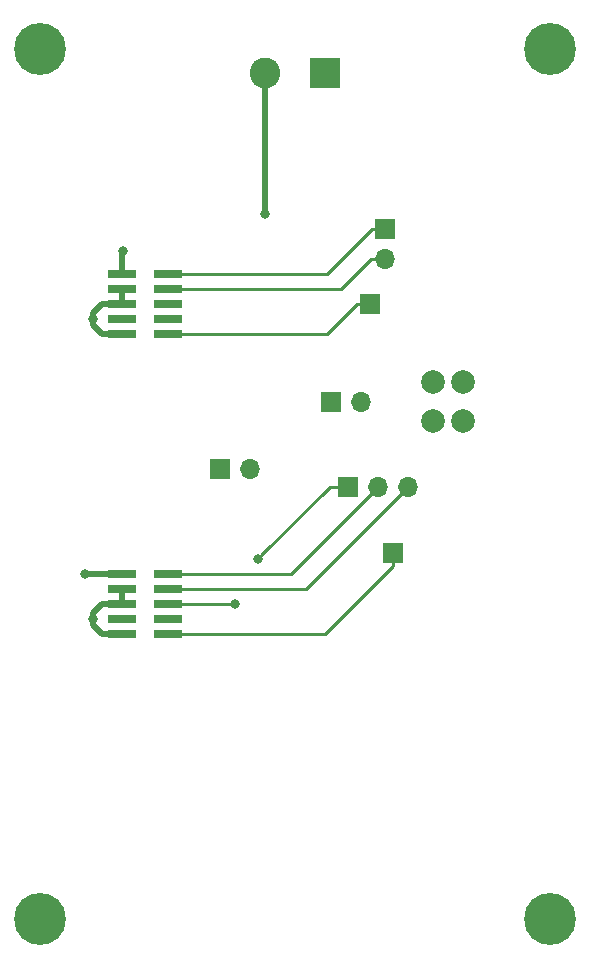
<source format=gtl>
G04 #@! TF.GenerationSoftware,KiCad,Pcbnew,(5.1.5)-3*
G04 #@! TF.CreationDate,2021-06-29T21:35:50-07:00*
G04 #@! TF.ProjectId,piggy,70696767-792e-46b6-9963-61645f706362,rev?*
G04 #@! TF.SameCoordinates,Original*
G04 #@! TF.FileFunction,Copper,L1,Top*
G04 #@! TF.FilePolarity,Positive*
%FSLAX46Y46*%
G04 Gerber Fmt 4.6, Leading zero omitted, Abs format (unit mm)*
G04 Created by KiCad (PCBNEW (5.1.5)-3) date 2021-06-29 21:35:50*
%MOMM*%
%LPD*%
G04 APERTURE LIST*
%ADD10C,4.400000*%
%ADD11C,2.000000*%
%ADD12O,1.700000X1.700000*%
%ADD13R,1.700000X1.700000*%
%ADD14C,2.600000*%
%ADD15R,2.600000X2.600000*%
%ADD16R,2.400000X0.740000*%
%ADD17C,0.800000*%
%ADD18C,0.508000*%
%ADD19C,0.254000*%
G04 APERTURE END LIST*
D10*
X113030000Y-140970000D03*
X69850000Y-140970000D03*
X113030000Y-67310000D03*
X69850000Y-67310000D03*
D11*
X105664000Y-98806000D03*
X103124000Y-98806000D03*
X105664000Y-95504000D03*
X103124000Y-95504000D03*
D12*
X99060000Y-85090000D03*
D13*
X99060000Y-82550000D03*
D12*
X100965000Y-104394000D03*
X98425000Y-104394000D03*
D13*
X95885000Y-104394000D03*
D12*
X97028000Y-97218500D03*
D13*
X94488000Y-97218500D03*
D12*
X87630000Y-102870000D03*
D13*
X85090000Y-102870000D03*
D14*
X88900000Y-69342000D03*
D15*
X93980000Y-69342000D03*
D16*
X80690000Y-91440000D03*
X76790000Y-91440000D03*
X80690000Y-90170000D03*
X76790000Y-90170000D03*
X80690000Y-88900000D03*
X76790000Y-88900000D03*
X80690000Y-87630000D03*
X76790000Y-87630000D03*
X80690000Y-86360000D03*
X76790000Y-86360000D03*
X80690000Y-116840000D03*
X76790000Y-116840000D03*
X80690000Y-115570000D03*
X76790000Y-115570000D03*
X80690000Y-114300000D03*
X76790000Y-114300000D03*
X80690000Y-113030000D03*
X76790000Y-113030000D03*
X80690000Y-111760000D03*
X76790000Y-111760000D03*
D13*
X97790000Y-88900000D03*
X99695000Y-109982000D03*
D17*
X74295000Y-115570000D03*
X73660000Y-111760000D03*
X76835000Y-84455000D03*
X88900000Y-81280000D03*
X74295000Y-90170000D03*
X86360004Y-114300000D03*
X88265000Y-110490002D03*
D18*
X74295000Y-115570000D02*
X74295000Y-115087000D01*
X74295000Y-116053000D02*
X74295000Y-115570000D01*
X76790000Y-116840000D02*
X75082000Y-116840000D01*
X75082000Y-116840000D02*
X74295000Y-116053000D01*
X76790000Y-114300000D02*
X75082000Y-114300000D01*
X75082000Y-114300000D02*
X74295000Y-115087000D01*
X73660000Y-111760000D02*
X76790000Y-111760000D01*
X76790000Y-86360000D02*
X76790000Y-84500000D01*
X76790000Y-84500000D02*
X76835000Y-84455000D01*
X88900000Y-69342000D02*
X88900000Y-81280000D01*
X76790000Y-87630000D02*
X76790000Y-88900000D01*
X75082000Y-88900000D02*
X74295000Y-89687000D01*
X76790000Y-88900000D02*
X75082000Y-88900000D01*
X74295000Y-90653000D02*
X74295000Y-90170000D01*
X75082000Y-91440000D02*
X74295000Y-90653000D01*
X76790000Y-91440000D02*
X75082000Y-91440000D01*
X74295000Y-90170000D02*
X74295000Y-89687000D01*
X76790000Y-113030000D02*
X76790000Y-114300000D01*
D19*
X82140000Y-116840000D02*
X80690000Y-116840000D01*
X93937000Y-116840000D02*
X82140000Y-116840000D01*
X99695000Y-111082000D02*
X93937000Y-116840000D01*
X99695000Y-109982000D02*
X99695000Y-111082000D01*
X82140000Y-91440000D02*
X80690000Y-91440000D01*
X94150000Y-91440000D02*
X82140000Y-91440000D01*
X96690000Y-88900000D02*
X94150000Y-91440000D01*
X97790000Y-88900000D02*
X96690000Y-88900000D01*
X80690000Y-111760000D02*
X91059000Y-111760000D01*
X91059000Y-111760000D02*
X98425000Y-104394000D01*
X80690000Y-114300000D02*
X86360004Y-114300000D01*
X95885000Y-104394000D02*
X94361002Y-104394000D01*
X88664999Y-110090003D02*
X88265000Y-110490002D01*
X94361002Y-104394000D02*
X88664999Y-110090003D01*
X80690000Y-113030000D02*
X92329000Y-113030000D01*
X92329000Y-113030000D02*
X100965000Y-104394000D01*
X97960000Y-82550000D02*
X94150000Y-86360000D01*
X99060000Y-82550000D02*
X97960000Y-82550000D01*
X94150000Y-86360000D02*
X80690000Y-86360000D01*
X80690000Y-87630000D02*
X94107000Y-87630000D01*
X95317919Y-87630000D02*
X94107000Y-87630000D01*
X97857919Y-85090000D02*
X95317919Y-87630000D01*
X99060000Y-85090000D02*
X97857919Y-85090000D01*
M02*

</source>
